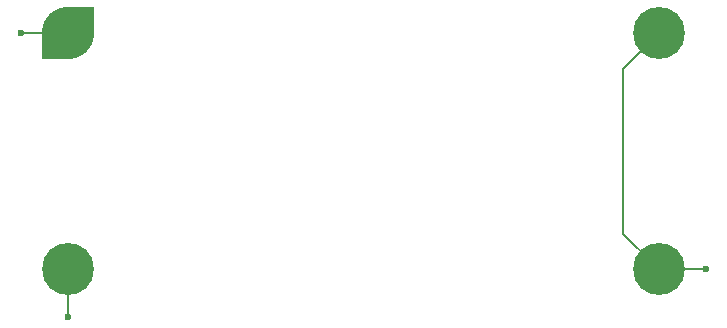
<source format=gtl>
G04 Gerber file generated by Gerbonara*
%TF.GenerationSoftware,KiCad,Pcbnew,8.0.2-1*%
%TF.CreationDate,2024-12-23T20:39:15+00:00*%
%TF.ProjectId,jacdac-slider-MH-0.1,6a616364-6163-42d7-936c-696465722d4d,v0.1*%
%TF.SameCoordinates,PX8d24d00PY36d6160*%
%TF.FileFunction,Copper,L1,Top*%
%TF.FilePolarity,Positive*%
%MOMM*%
%FSLAX45Y45*%
%IPPOS*%
G75
%LPD*%
%AMCALCM11*
0 Fully substituted instance of CALCM11 macro*
0 Original parameters: none*
4,1,31,-2.2,0,-2.197645,0.144041,-2.160043,0.429659,-2.085481,0.707926,-1.975236,0.974079,-1.831195,1.223566,-1.655822,1.452117,-1.452117,1.655822,-1.223566,1.831195,-0.974079,1.975236,-0.707926,2.085481,-0.429659,2.160043,-0.144041,2.197645,0,2.2,2.2,2.2,2.2,0,2.197645,-0.144041,2.160043,-0.429659,2.085481,-0.707926,1.975236,-0.974079,1.831195,-1.223566,1.655822,-1.452117,1.452117,-1.655822,1.223566,-1.831195,0.974079,-1.975236,0.707926,-2.085481,0.429659,-2.160043,0.144041,-2.197645,0,-2.2,-2.2,-2.2,-2.2,0,-2.2,0,0*
%
%ADD10C,4.4*%
%ADD11CALCM11*%
%ADD12C,0.1*%
%ADD13C,0.2*%
%ADD14C,0.6*%
D10*
X002500000Y-004000000D03*
X002500000Y-006000000D03*
D11*
X-002500000Y-004000000D03*
D10*
X-002500000Y-004000000D03*
D12*
X-002900000Y-004000000D03*
D10*
X-002500080Y-006000080D03*
D12*
X002900000Y-006000000D03*
X-002500000Y-006400000D03*
D13*
X-002500000Y-004000000D02*
X-002900000Y-004000000D01*
X002200000Y-004300000D02*
X002200000Y-005700000D01*
X002200000Y-005700000D02*
X002500000Y-006000000D01*
X002900000Y-006000000D01*
X002500000Y-004000000D02*
X002200000Y-004300000D01*
X002200000Y-005700000D02*
X002200000Y-005700000D01*
X002900000Y-006000000D02*
X002900000Y-006000000D01*
X-002500080Y-006399920D02*
X-002500000Y-006400000D01*
X-002500080Y-006000080D02*
X-002500080Y-006399920D01*
D14*
X-002900000Y-004000000D03*
X002900000Y-006000000D03*
X-002500000Y-006400000D03*
M02*
</source>
